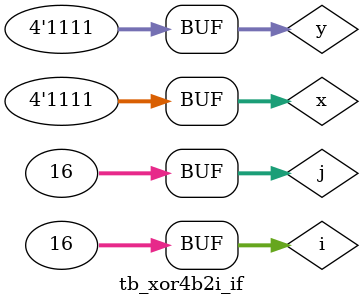
<source format=v>
module tb_xor4b2i_if;
	//Inputs
	reg [3:0] x;
	reg [3:0] y;
	
	//Outputs
	wire [3:0] f;
	integer i, j;
	
//instantiate the Unit Under Test
xor4b2i_if uut(
	.x(x),
	.y(y),
	.f(f)
);

initial begin
	//Initiate Inputs
	x = 0;
	y = 0;
	
	//Wait 100ns for global reset to finish
	#100;
	
	//Add stimulus here
	for (i=0; i<16; i=i+1) begin
		for (j=0; j<16; j=j+1) begin
			x = i; y = j;
		#100;
		end
	end
end
endmodule

</source>
